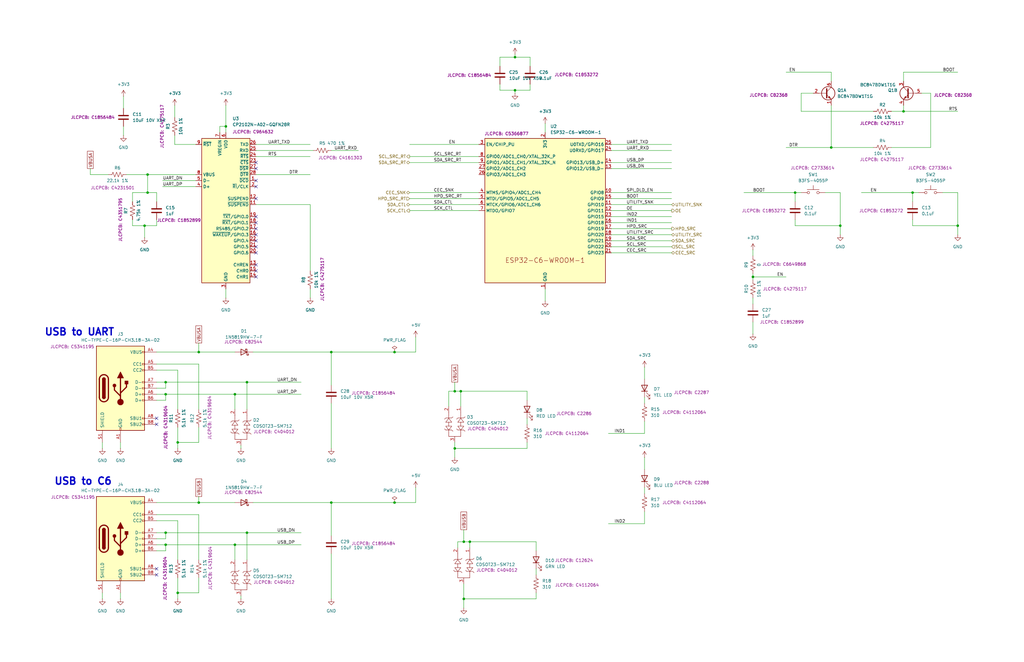
<source format=kicad_sch>
(kicad_sch (version 20231120) (generator "eeschema") (generator_version "8.0")
  (paper "B")
  (lib_symbols
    (symbol "Connector:USB_C_Receptacle_USB2.0_16P" (pin_names (offset 1.016))
      (property "Reference" "J" (at 0 22.225 0))
      (property "Value" "USB_C_Receptacle_USB2.0_16P" (at 0 19.685 0))
      (symbol "USB_C_Receptacle_USB2.0_16P_1_1"
        (pin passive line (at 0 -22.86 90) (length 5.08) (name "GND") (number "A1"))
        (pin passive line (at 0 -22.86 90) (length 5.08) hide (name "GND") (number "A12"))
        (pin passive line (at 15.24 15.24 180) (length 5.08) (name "VBUS") (number "A4"))
        (pin bidirectional line (at 15.24 10.16 180) (length 5.08) (name "CC1") (number "A5"))
        (pin bidirectional line (at 15.24 -2.54 180) (length 5.08) (name "D+") (number "A6"))
        (pin bidirectional line (at 15.24 2.54 180) (length 5.08) (name "D-") (number "A7"))
        (pin bidirectional line (at 15.24 -12.7 180) (length 5.08) (name "SBU1") (number "A8"))
        (pin passive line (at 15.24 15.24 180) (length 5.08) hide (name "VBUS") (number "A9"))
        (pin passive line (at 0 -22.86 90) (length 5.08) hide (name "GND") (number "B1"))
        (pin passive line (at 0 -22.86 90) (length 5.08) hide (name "GND") (number "B12"))
        (pin passive line (at 15.24 15.24 180) (length 5.08) hide (name "VBUS") (number "B4"))
        (pin bidirectional line (at 15.24 7.62 180) (length 5.08) (name "CC2") (number "B5"))
        (pin bidirectional line (at 15.24 -5.08 180) (length 5.08) (name "D+") (number "B6"))
        (pin bidirectional line (at 15.24 0 180) (length 5.08) (name "D-") (number "B7"))
        (pin bidirectional line (at 15.24 -15.24 180) (length 5.08) (name "SBU2") (number "B8"))
        (pin passive line (at 15.24 15.24 180) (length 5.08) hide (name "VBUS") (number "B9"))
        (pin passive line (at -7.62 -22.86 90) (length 5.08) (name "SHIELD") (number "S1"))
      )
    )
    (symbol "Device:C" (pin_numbers hide) (pin_names (offset 0.254))
      (property "Reference" "C" (at 0.635 2.54 0))
      (property "Value" "C" (at 0.635 -2.54 0))
      (symbol "C_1_1"
        (pin passive line (at 0 3.81 270) (length 2.794) (name "~") (number "1"))
        (pin passive line (at 0 -3.81 90) (length 2.794) (name "~") (number "2"))
      )
    )
    (symbol "Device:LED" (pin_numbers hide) (pin_names (offset 1.016) hide)
      (property "Reference" "D" (at 0 2.54 0))
      (property "Value" "LED" (at 0 -2.54 0))
      (symbol "LED_1_1"
        (pin passive line (at -3.81 0 0) (length 2.54) (name "K") (number "1"))
        (pin passive line (at 3.81 0 180) (length 2.54) (name "A") (number "2"))
      )
    )
    (symbol "Device:R_US" (pin_numbers hide) (pin_names (offset 0))
      (property "Reference" "R" (at 2.54 0 90))
      (property "Value" "R_US" (at -2.54 0 90))
      (symbol "R_US_1_1"
        (pin passive line (at 0 3.81 270) (length 1.27) (name "~") (number "1"))
        (pin passive line (at 0 -3.81 90) (length 1.27) (name "~") (number "2"))
      )
    )
    (symbol "Diode:1N5819" (pin_numbers hide) (pin_names (offset 1.016) hide)
      (property "Reference" "D" (at 0 2.54 0))
      (property "Value" "1N5819" (at 0 -2.54 0))
      (symbol "1N5819_1_1"
        (pin passive line (at -3.81 0 0) (length 2.54) (name "K") (number "1"))
        (pin passive line (at 3.81 0 180) (length 2.54) (name "A") (number "2"))
      )
    )
    (symbol "HDMI Breakout:CDSOT23-SM712"
      (property "Reference" "D" (at -0.762 11.938 0))
      (property "Value" "CDSOT23-SM712" (at -0.762 10.414 0))
      (symbol "CDSOT23-SM712_1_1"
        (pin passive line (at 0 0 0) (length 2.54) (name "") (number "1"))
        (pin passive line (at 0 -5.08 0) (length 2.54) (name "") (number "2"))
        (pin passive line (at 15.24 -2.54 180) (length 2.54) (name "") (number "3"))
      )
    )
    (symbol "Interface_USB:CP2102N-Axx-xQFN28"
      (property "Reference" "U" (at -8.89 31.75 0))
      (property "Value" "CP2102N-Axx-xQFN28" (at 12.7 31.75 0))
      (symbol "CP2102N-Axx-xQFN28_1_1"
        (pin input line (at 12.7 12.7 180) (length 2.54) (name "~{DCD}") (number "1"))
        (pin no_connect line (at -10.16 -27.94 0) (length 2.54) hide (name "NC") (number "10"))
        (pin output line (at 12.7 2.54 180) (length 2.54) (name "~{SUSPEND}") (number "11"))
        (pin output line (at 12.7 5.08 180) (length 2.54) (name "SUSPEND") (number "12"))
        (pin output line (at 12.7 -22.86 180) (length 2.54) (name "CHREN") (number "13"))
        (pin output line (at 12.7 -27.94 180) (length 2.54) (name "CHR1") (number "14"))
        (pin output line (at 12.7 -25.4 180) (length 2.54) (name "CHR0") (number "15"))
        (pin bidirectional line (at 12.7 -10.16 180) (length 2.54) (name "~{WAKEUP}/GPIO.3") (number "16"))
        (pin bidirectional line (at 12.7 -7.62 180) (length 2.54) (name "RS485/GPIO.2") (number "17"))
        (pin bidirectional line (at 12.7 -5.08 180) (length 2.54) (name "~{RXT}/GPIO.1") (number "18"))
        (pin bidirectional line (at 12.7 -2.54 180) (length 2.54) (name "~{TXT}/GPIO.0") (number "19"))
        (pin bidirectional line (at 12.7 10.16 180) (length 2.54) (name "~{RI}/CLK") (number "2"))
        (pin bidirectional line (at 12.7 -17.78 180) (length 2.54) (name "GPIO.6") (number "20"))
        (pin bidirectional line (at 12.7 -15.24 180) (length 2.54) (name "GPIO.5") (number "21"))
        (pin bidirectional line (at 12.7 -12.7 180) (length 2.54) (name "GPIO.4") (number "22"))
        (pin input line (at 12.7 20.32 180) (length 2.54) (name "~{CTS}") (number "23"))
        (pin output line (at 12.7 22.86 180) (length 2.54) (name "~{RTS}") (number "24"))
        (pin input line (at 12.7 25.4 180) (length 2.54) (name "RXD") (number "25"))
        (pin output line (at 12.7 27.94 180) (length 2.54) (name "TXD") (number "26"))
        (pin input line (at 12.7 17.78 180) (length 2.54) (name "~{DSR}") (number "27"))
        (pin output line (at 12.7 15.24 180) (length 2.54) (name "~{DTR}") (number "28"))
        (pin passive line (at 0 -33.02 90) (length 2.54) hide (name "GND") (number "29"))
        (pin power_in line (at 0 -33.02 90) (length 2.54) (name "GND") (number "3"))
        (pin bidirectional line (at -12.7 10.16 0) (length 2.54) (name "D+") (number "4"))
        (pin bidirectional line (at -12.7 12.7 0) (length 2.54) (name "D-") (number "5"))
        (pin power_in line (at 0 33.02 270) (length 2.54) (name "VDD") (number "6"))
        (pin power_in line (at -2.54 33.02 270) (length 2.54) (name "VREGIN") (number "7"))
        (pin input line (at -12.7 15.24 0) (length 2.54) (name "VBUS") (number "8"))
        (pin input line (at -12.7 27.94 0) (length 2.54) (name "~{RST}") (number "9"))
      )
    )
    (symbol "PCM_Espressif:ESP32-C6-WROOM-1"
      (property "Reference" "U" (at -25.4 35.56 0))
      (property "Value" "ESP32-C6-WROOM-1" (at -25.4 33.02 0))
      (symbol "ESP32-C6-WROOM-1_0_0"
        (text "ESP32-C6-WROOM-1" (at 0 -20.955 0) (effects (font (size 2 2))))
      )
      (symbol "ESP32-C6-WROOM-1_1_1"
        (pin power_in line (at 0 -33.02 90) (length 2.54) (name "GND") (number "1"))
        (pin bidirectional line (at 27.94 7.62 180) (length 2.54) (name "GPIO8") (number "10"))
        (pin bidirectional line (at 27.94 2.54 180) (length 2.54) (name "GPIO10") (number "11"))
        (pin bidirectional line (at 27.94 0 180) (length 2.54) (name "GPIO11") (number "12"))
        (pin bidirectional line (at 27.94 17.78 180) (length 2.54) (name "GPIO12/USB_D-") (number "13"))
        (pin bidirectional line (at 27.94 20.32 180) (length 2.54) (name "GPIO13/USB_D+") (number "14"))
        (pin bidirectional line (at 27.94 5.08 180) (length 2.54) (name "GPIO9") (number "15"))
        (pin bidirectional line (at 27.94 -5.08 180) (length 2.54) (name "GPIO18") (number "16"))
        (pin bidirectional line (at 27.94 -7.62 180) (length 2.54) (name "GPIO19") (number "17"))
        (pin bidirectional line (at 27.94 -10.16 180) (length 2.54) (name "GPIO20") (number "18"))
        (pin bidirectional line (at 27.94 -12.7 180) (length 2.54) (name "GPIO21") (number "19"))
        (pin power_in line (at 0 33.02 270) (length 2.54) (name "3V3") (number "2"))
        (pin bidirectional line (at 27.94 -15.24 180) (length 2.54) (name "GPIO22") (number "20"))
        (pin bidirectional line (at 27.94 -17.78 180) (length 2.54) (name "GPIO23") (number "21"))
        (pin no_connect line (at -25.4 -12.7 0) (length 2.54) hide (name "NC") (number "22"))
        (pin bidirectional line (at 27.94 -2.54 180) (length 2.54) (name "GPIO15") (number "23"))
        (pin bidirectional line (at 27.94 25.4 180) (length 2.54) (name "U0RXD/GPIO17") (number "24"))
        (pin bidirectional line (at 27.94 27.94 180) (length 2.54) (name "U0TXD/GPIO16") (number "25"))
        (pin bidirectional line (at -27.94 15.24 0) (length 2.54) (name "GPIO3/ADC1_CH3") (number "26"))
        (pin bidirectional line (at -27.94 17.78 0) (length 2.54) (name "GPIO2/ADC1_CH2") (number "27"))
        (pin passive line (at 0 -33.02 90) (length 2.54) hide (name "GND") (number "28"))
        (pin passive line (at 0 -33.02 90) (length 2.54) hide (name "GND") (number "29"))
        (pin input line (at -27.94 27.94 0) (length 2.54) (name "EN/CHIP_PU") (number "3"))
        (pin bidirectional line (at -27.94 7.62 0) (length 2.54) (name "MTMS/GPIO4/ADC1_CH4") (number "4"))
        (pin bidirectional line (at -27.94 5.08 0) (length 2.54) (name "MTDI/GPIO5/ADC1_CH5") (number "5"))
        (pin bidirectional line (at -27.94 2.54 0) (length 2.54) (name "MTCK/GPIO6/ADC1_CH6") (number "6"))
        (pin bidirectional line (at -27.94 0 0) (length 2.54) (name "MTDO/GPIO7") (number "7"))
        (pin bidirectional line (at -27.94 22.86 0) (length 2.54) (name "GPIO0/ADC1_CH0/XTAL_32K_P") (number "8"))
        (pin bidirectional line (at -27.94 20.32 0) (length 2.54) (name "GPIO1/ADC1_CH1/XTAL_32K_N") (number "9"))
      )
    )
    (symbol "Switch:SW_Omron_B3FS" (pin_numbers hide) (pin_names (offset 1.016) hide)
      (property "Reference" "SW" (at 1.27 2.54 0))
      (property "Value" "SW_Omron_B3FS" (at 0 -1.524 0))
      (symbol "SW_Omron_B3FS_0_1"
        (pin passive line (at -5.08 0 0) (length 2.54) (name "1") (number "1"))
        (pin passive line (at 5.08 0 180) (length 2.54) (name "2") (number "2"))
      )
    )
    (symbol "Transistor_BJT:BC847BDW1" (pin_names (offset 0) hide)
      (property "Reference" "Q" (at 5.08 1.27 0))
      (property "Value" "BC847BDW1" (at 5.08 -1.27 0))
      (symbol "BC847BDW1_1_1"
        (pin passive line (at 2.54 -5.08 90) (length 2.54) (name "E1") (number "1"))
        (pin input line (at -5.08 0 0) (length 2.54) (name "B1") (number "2"))
        (pin passive line (at 2.54 5.08 270) (length 2.54) (name "C1") (number "6"))
      )
      (symbol "BC847BDW1_2_1"
        (pin passive line (at 2.54 5.08 270) (length 2.54) (name "C2") (number "3"))
        (pin passive line (at 2.54 -5.08 90) (length 2.54) (name "E2") (number "4"))
        (pin input line (at -5.08 0 0) (length 2.54) (name "B2") (number "5"))
      )
    )
    (symbol "power:+3.3V" (power) (pin_numbers hide) (pin_names (offset 0) hide)
      (property "Value" "+3.3V" (at 0 3.556 0))
      (symbol "+3.3V_1_1"
        (pin power_in line (at 0 0 90) (length 0) (name "~") (number "1"))
      )
    )
    (symbol "power:+3V3" (power) (pin_numbers hide) (pin_names (offset 0) hide)
      (property "Value" "+3V3" (at 0 3.556 0))
      (symbol "+3V3_1_1"
        (pin power_in line (at 0 0 90) (length 0) (name "~") (number "1"))
      )
    )
    (symbol "power:+5V" (power) (pin_numbers hide) (pin_names (offset 0) hide)
      (property "Value" "+5V" (at 0 3.556 0))
      (symbol "+5V_1_1"
        (pin power_in line (at 0 0 90) (length 0) (name "~") (number "1"))
      )
    )
    (symbol "power:GND" (power) (pin_numbers hide) (pin_names (offset 0) hide)
      (property "Value" "GND" (at 0 -3.81 0))
      (symbol "GND_1_1"
        (pin power_in line (at 0 0 270) (length 0) (name "~") (number "1"))
      )
    )
    (symbol "power:PWR_FLAG" (power) (pin_numbers hide) (pin_names (offset 0) hide)
      (property "Value" "PWR_FLAG" (at 0 3.81 0))
      (symbol "PWR_FLAG_0_0"
        (pin power_out line (at 0 0 90) (length 0) (name "~") (number "1"))
      )
    )
  )
  (junction (at 354.33 95.25))
  (junction (at 60.96 95.25))
  (junction (at 139.7 212.09))
  (junction (at 217.17 38.1))
  (junction (at 62.23 81.28))
  (junction (at 99.06 166.37))
  (junction (at 403.86 95.25))
  (junction (at 198.12 228.6))
  (junction (at 381 46.99))
  (junction (at 104.14 224.79))
  (junction (at 74.93 186.69))
  (junction (at 74.93 250.19))
  (junction (at 62.23 73.66))
  (junction (at 384.81 81.28))
  (junction (at 195.58 252.73))
  (junction (at 95.25 53.34))
  (junction (at 104.14 161.29))
  (junction (at 317.5 116.84))
  (junction (at 166.37 148.59))
  (junction (at 83.82 212.09))
  (junction (at 191.77 189.23))
  (junction (at 83.82 148.59))
  (junction (at 195.58 228.6))
  (junction (at 99.06 229.87))
  (junction (at 69.85 224.79))
  (junction (at 335.28 81.28))
  (junction (at 139.7 148.59))
  (junction (at 69.85 161.29))
  (junction (at 69.85 229.87))
  (junction (at 166.37 212.09))
  (junction (at 194.31 165.1))
  (junction (at 217.17 24.13))
  (junction (at 191.77 165.1))
  (junction (at 350.52 62.23))
  (junction (at 69.85 166.37))
  (no_connect (at 107.95 106.68))
  (no_connect (at 107.95 71.12))
  (no_connect (at 107.95 83.82))
  (no_connect (at 66.04 179.07))
  (no_connect (at 107.95 78.74))
  (no_connect (at 107.95 96.52))
  (no_connect (at 66.04 242.57))
  (no_connect (at 107.95 68.58))
  (no_connect (at 107.95 99.06))
  (no_connect (at 107.95 91.44))
  (no_connect (at 107.95 101.6))
  (no_connect (at 107.95 114.3))
  (no_connect (at 107.95 93.98))
  (no_connect (at 107.95 111.76))
  (no_connect (at 66.04 240.03))
  (no_connect (at 107.95 104.14))
  (no_connect (at 107.95 76.2))
  (no_connect (at 66.04 176.53))
  (no_connect (at 107.95 116.84))
  (wire (pts (xy 107.95 66.04) (xy 130.81 66.04)))
  (wire (pts (xy 83.82 212.09) (xy 99.06 212.09)))
  (wire (pts (xy 257.81 71.12) (xy 283.21 71.12)))
  (wire (pts (xy 92.71 55.88) (xy 92.71 53.34)))
  (wire (pts (xy 172.72 66.04) (xy 201.93 66.04)))
  (wire (pts (xy 256.54 182.88) (xy 271.78 182.88)))
  (wire (pts (xy 73.66 60.96) (xy 73.66 57.15)))
  (wire (pts (xy 403.86 81.28) (xy 397.51 81.28)))
  (wire (pts (xy 68.58 76.2) (xy 82.55 76.2)))
  (wire (pts (xy 107.95 73.66) (xy 130.81 73.66)))
  (wire (pts (xy 317.5 116.84) (xy 331.47 116.84)))
  (wire (pts (xy 104.14 161.29) (xy 127 161.29)))
  (wire (pts (xy 53.34 73.66) (xy 62.23 73.66)))
  (wire (pts (xy 195.58 246.38) (xy 195.58 252.73)))
  (wire (pts (xy 83.82 153.67) (xy 83.82 172.72)))
  (wire (pts (xy 172.72 88.9) (xy 201.93 88.9)))
  (wire (pts (xy 73.66 44.45) (xy 73.66 49.53)))
  (wire (pts (xy 257.81 88.9) (xy 283.21 88.9)))
  (wire (pts (xy 166.37 148.59) (xy 175.26 148.59)))
  (wire (pts (xy 172.72 68.58) (xy 201.93 68.58)))
  (wire (pts (xy 222.25 176.53) (xy 222.25 179.07)))
  (wire (pts (xy 191.77 189.23) (xy 222.25 189.23)))
  (wire (pts (xy 222.25 168.91) (xy 222.25 165.1)))
  (wire (pts (xy 195.58 223.52) (xy 195.58 228.6)))
  (wire (pts (xy 74.93 186.69) (xy 74.93 189.23)))
  (wire (pts (xy 99.06 229.87) (xy 127 229.87)))
  (wire (pts (xy 66.04 92.71) (xy 66.04 95.25)))
  (wire (pts (xy 107.95 86.36) (xy 130.81 86.36)))
  (wire (pts (xy 375.92 46.99) (xy 381 46.99)))
  (wire (pts (xy 226.06 250.19) (xy 226.06 252.73)))
  (wire (pts (xy 194.31 165.1) (xy 222.25 165.1)))
  (wire (pts (xy 257.81 99.06) (xy 283.21 99.06)))
  (wire (pts (xy 189.23 165.1) (xy 191.77 165.1)))
  (wire (pts (xy 83.82 243.84) (xy 83.82 250.19)))
  (wire (pts (xy 198.12 228.6) (xy 198.12 231.14)))
  (wire (pts (xy 92.71 53.34) (xy 95.25 53.34)))
  (wire (pts (xy 350.52 62.23) (xy 331.47 62.23)))
  (wire (pts (xy 55.88 95.25) (xy 60.96 95.25)))
  (wire (pts (xy 74.93 219.71) (xy 74.93 236.22)))
  (wire (pts (xy 172.72 60.96) (xy 201.93 60.96)))
  (wire (pts (xy 193.04 231.14) (xy 193.04 228.6)))
  (wire (pts (xy 317.5 116.84) (xy 317.5 118.11)))
  (wire (pts (xy 257.81 101.6) (xy 283.21 101.6)))
  (wire (pts (xy 50.8 186.69) (xy 50.8 189.23)))
  (wire (pts (xy 104.14 224.79) (xy 104.14 236.22)))
  (wire (pts (xy 335.28 81.28) (xy 337.82 81.28)))
  (wire (pts (xy 68.58 78.74) (xy 82.55 78.74)))
  (wire (pts (xy 43.18 250.19) (xy 43.18 252.73)))
  (wire (pts (xy 66.04 212.09) (xy 83.82 212.09)))
  (wire (pts (xy 69.85 161.29) (xy 104.14 161.29)))
  (wire (pts (xy 384.81 92.71) (xy 384.81 95.25)))
  (wire (pts (xy 95.25 121.92) (xy 95.25 125.73)))
  (wire (pts (xy 271.78 154.94) (xy 271.78 160.02)))
  (wire (pts (xy 101.6 251.46) (xy 101.6 252.73)))
  (wire (pts (xy 74.93 243.84) (xy 74.93 250.19)))
  (wire (pts (xy 194.31 165.1) (xy 194.31 171.45)))
  (wire (pts (xy 66.04 217.17) (xy 83.82 217.17)))
  (wire (pts (xy 335.28 95.25) (xy 354.33 95.25)))
  (wire (pts (xy 74.93 156.21) (xy 74.93 172.72)))
  (wire (pts (xy 257.81 104.14) (xy 283.21 104.14)))
  (wire (pts (xy 66.04 163.83) (xy 69.85 163.83)))
  (wire (pts (xy 257.81 83.82) (xy 283.21 83.82)))
  (wire (pts (xy 83.82 250.19) (xy 74.93 250.19)))
  (wire (pts (xy 375.92 62.23) (xy 392.43 62.23)))
  (wire (pts (xy 139.7 170.18) (xy 139.7 189.23)))
  (wire (pts (xy 166.37 212.09) (xy 139.7 212.09)))
  (wire (pts (xy 317.5 125.73) (xy 317.5 128.27)))
  (wire (pts (xy 223.52 24.13) (xy 217.17 24.13)))
  (wire (pts (xy 38.1 73.66) (xy 45.72 73.66)))
  (wire (pts (xy 257.81 106.68) (xy 283.21 106.68)))
  (wire (pts (xy 74.93 180.34) (xy 74.93 186.69)))
  (wire (pts (xy 229.87 121.92) (xy 229.87 127)))
  (wire (pts (xy 172.72 86.36) (xy 201.93 86.36)))
  (wire (pts (xy 62.23 81.28) (xy 55.88 81.28)))
  (wire (pts (xy 69.85 232.41) (xy 69.85 229.87)))
  (wire (pts (xy 99.06 166.37) (xy 127 166.37)))
  (wire (pts (xy 66.04 219.71) (xy 74.93 219.71)))
  (wire (pts (xy 83.82 217.17) (xy 83.82 236.22)))
  (wire (pts (xy 257.81 81.28) (xy 283.21 81.28)))
  (wire (pts (xy 226.06 232.41) (xy 226.06 228.6)))
  (wire (pts (xy 107.95 63.5) (xy 132.08 63.5)))
  (wire (pts (xy 317.5 135.89) (xy 317.5 140.97)))
  (wire (pts (xy 354.33 99.06) (xy 354.33 95.25)))
  (wire (pts (xy 172.72 83.82) (xy 201.93 83.82)))
  (wire (pts (xy 66.04 156.21) (xy 74.93 156.21)))
  (wire (pts (xy 191.77 161.29) (xy 191.77 165.1)))
  (wire (pts (xy 106.68 212.09) (xy 139.7 212.09)))
  (wire (pts (xy 130.81 121.92) (xy 130.81 125.73)))
  (wire (pts (xy 257.81 68.58) (xy 283.21 68.58)))
  (wire (pts (xy 191.77 165.1) (xy 194.31 165.1)))
  (wire (pts (xy 62.23 73.66) (xy 82.55 73.66)))
  (wire (pts (xy 55.88 92.71) (xy 55.88 95.25)))
  (wire (pts (xy 210.82 24.13) (xy 210.82 27.94)))
  (wire (pts (xy 271.78 215.9) (xy 271.78 220.98)))
  (wire (pts (xy 337.82 39.37) (xy 342.9 39.37)))
  (wire (pts (xy 55.88 81.28) (xy 55.88 85.09)))
  (wire (pts (xy 139.7 212.09) (xy 139.7 226.06)))
  (wire (pts (xy 83.82 148.59) (xy 99.06 148.59)))
  (wire (pts (xy 198.12 228.6) (xy 226.06 228.6)))
  (wire (pts (xy 66.04 232.41) (xy 69.85 232.41)))
  (wire (pts (xy 271.78 205.74) (xy 271.78 208.28)))
  (wire (pts (xy 66.04 168.91) (xy 69.85 168.91)))
  (wire (pts (xy 50.8 250.19) (xy 50.8 252.73)))
  (wire (pts (xy 368.3 46.99) (xy 337.82 46.99)))
  (wire (pts (xy 52.07 53.34) (xy 52.07 57.15)))
  (wire (pts (xy 66.04 81.28) (xy 62.23 81.28)))
  (wire (pts (xy 69.85 166.37) (xy 99.06 166.37)))
  (wire (pts (xy 101.6 187.96) (xy 101.6 189.23)))
  (wire (pts (xy 66.04 85.09) (xy 66.04 81.28)))
  (wire (pts (xy 331.47 30.48) (xy 350.52 30.48)))
  (wire (pts (xy 69.85 163.83) (xy 69.85 161.29)))
  (wire (pts (xy 172.72 81.28) (xy 201.93 81.28)))
  (wire (pts (xy 257.81 96.52) (xy 283.21 96.52)))
  (wire (pts (xy 381 34.29) (xy 381 30.48)))
  (wire (pts (xy 317.5 115.57) (xy 317.5 116.84)))
  (wire (pts (xy 69.85 168.91) (xy 69.85 166.37)))
  (wire (pts (xy 95.25 44.45) (xy 95.25 53.34)))
  (wire (pts (xy 69.85 229.87) (xy 99.06 229.87)))
  (wire (pts (xy 384.81 81.28) (xy 384.81 85.09)))
  (wire (pts (xy 384.81 95.25) (xy 403.86 95.25)))
  (wire (pts (xy 66.04 148.59) (xy 83.82 148.59)))
  (wire (pts (xy 229.87 52.07) (xy 229.87 55.88)))
  (wire (pts (xy 82.55 60.96) (xy 73.66 60.96)))
  (wire (pts (xy 66.04 224.79) (xy 69.85 224.79)))
  (wire (pts (xy 60.96 95.25) (xy 60.96 100.33)))
  (wire (pts (xy 217.17 24.13) (xy 210.82 24.13)))
  (wire (pts (xy 139.7 148.59) (xy 139.7 162.56)))
  (wire (pts (xy 69.85 227.33) (xy 69.85 224.79)))
  (wire (pts (xy 350.52 44.45) (xy 350.52 62.23)))
  (wire (pts (xy 66.04 95.25) (xy 60.96 95.25)))
  (wire (pts (xy 106.68 148.59) (xy 139.7 148.59)))
  (wire (pts (xy 107.95 60.96) (xy 130.81 60.96)))
  (wire (pts (xy 83.82 180.34) (xy 83.82 186.69)))
  (wire (pts (xy 175.26 205.74) (xy 175.26 212.09)))
  (wire (pts (xy 66.04 227.33) (xy 69.85 227.33)))
  (wire (pts (xy 223.52 38.1) (xy 217.17 38.1)))
  (wire (pts (xy 350.52 62.23) (xy 368.3 62.23)))
  (wire (pts (xy 223.52 35.56) (xy 223.52 38.1)))
  (wire (pts (xy 381 30.48) (xy 403.86 30.48)))
  (wire (pts (xy 271.78 193.04) (xy 271.78 198.12)))
  (wire (pts (xy 335.28 92.71) (xy 335.28 95.25)))
  (wire (pts (xy 335.28 81.28) (xy 335.28 85.09)))
  (wire (pts (xy 191.77 186.69) (xy 191.77 189.23)))
  (wire (pts (xy 189.23 171.45) (xy 189.23 165.1)))
  (wire (pts (xy 381 46.99) (xy 403.86 46.99)))
  (wire (pts (xy 257.81 60.96) (xy 283.21 60.96)))
  (wire (pts (xy 74.93 250.19) (xy 74.93 252.73)))
  (wire (pts (xy 271.78 177.8) (xy 271.78 182.88)))
  (wire (pts (xy 217.17 22.86) (xy 217.17 24.13)))
  (wire (pts (xy 271.78 167.64) (xy 271.78 170.18)))
  (wire (pts (xy 354.33 95.25) (xy 354.33 81.28)))
  (wire (pts (xy 257.81 93.98) (xy 283.21 93.98)))
  (wire (pts (xy 210.82 38.1) (xy 210.82 35.56)))
  (wire (pts (xy 99.06 166.37) (xy 99.06 172.72)))
  (wire (pts (xy 217.17 38.1) (xy 217.17 39.37)))
  (wire (pts (xy 257.81 63.5) (xy 283.21 63.5)))
  (wire (pts (xy 52.07 40.64) (xy 52.07 45.72)))
  (wire (pts (xy 317.5 105.41) (xy 317.5 107.95)))
  (wire (pts (xy 83.82 209.55) (xy 83.82 212.09)))
  (wire (pts (xy 38.1 71.12) (xy 38.1 73.66)))
  (wire (pts (xy 403.86 99.06) (xy 403.86 95.25)))
  (wire (pts (xy 175.26 142.24) (xy 175.26 148.59)))
  (wire (pts (xy 313.69 81.28) (xy 335.28 81.28)))
  (wire (pts (xy 195.58 252.73) (xy 226.06 252.73)))
  (wire (pts (xy 139.7 233.68) (xy 139.7 252.73)))
  (wire (pts (xy 193.04 228.6) (xy 195.58 228.6)))
  (wire (pts (xy 139.7 63.5) (xy 151.13 63.5)))
  (wire (pts (xy 83.82 186.69) (xy 74.93 186.69)))
  (wire (pts (xy 104.14 161.29) (xy 104.14 172.72)))
  (wire (pts (xy 354.33 81.28) (xy 347.98 81.28)))
  (wire (pts (xy 166.37 212.09) (xy 175.26 212.09)))
  (wire (pts (xy 337.82 46.99) (xy 337.82 39.37)))
  (wire (pts (xy 381 44.45) (xy 381 46.99)))
  (wire (pts (xy 403.86 95.25) (xy 403.86 81.28)))
  (wire (pts (xy 191.77 189.23) (xy 191.77 193.04)))
  (wire (pts (xy 95.25 53.34) (xy 95.25 55.88)))
  (wire (pts (xy 350.52 34.29) (xy 350.52 30.48)))
  (wire (pts (xy 99.06 229.87) (xy 99.06 236.22)))
  (wire (pts (xy 217.17 38.1) (xy 210.82 38.1)))
  (wire (pts (xy 195.58 252.73) (xy 195.58 256.54)))
  (wire (pts (xy 66.04 153.67) (xy 83.82 153.67)))
  (wire (pts (xy 104.14 224.79) (xy 127 224.79)))
  (wire (pts (xy 130.81 86.36) (xy 130.81 114.3)))
  (wire (pts (xy 83.82 144.78) (xy 83.82 148.59)))
  (wire (pts (xy 195.58 228.6) (xy 198.12 228.6)))
  (wire (pts (xy 363.22 81.28) (xy 384.81 81.28)))
  (wire (pts (xy 66.04 161.29) (xy 69.85 161.29)))
  (wire (pts (xy 257.81 86.36) (xy 283.21 86.36)))
  (wire (pts (xy 166.37 148.59) (xy 139.7 148.59)))
  (wire (pts (xy 223.52 27.94) (xy 223.52 24.13)))
  (wire (pts (xy 66.04 229.87) (xy 69.85 229.87)))
  (wire (pts (xy 62.23 73.66) (xy 62.23 81.28)))
  (wire (pts (xy 256.54 220.98) (xy 271.78 220.98)))
  (wire (pts (xy 392.43 39.37) (xy 388.62 39.37)))
  (wire (pts (xy 384.81 81.28) (xy 387.35 81.28)))
  (wire (pts (xy 392.43 39.37) (xy 392.43 62.23)))
  (wire (pts (xy 226.06 240.03) (xy 226.06 242.57)))
  (wire (pts (xy 69.85 224.79) (xy 104.14 224.79)))
  (wire (pts (xy 257.81 91.44) (xy 283.21 91.44)))
  (wire (pts (xy 66.04 166.37) (xy 69.85 166.37)))
  (wire (pts (xy 222.25 186.69) (xy 222.25 189.23)))
  (wire (pts (xy 43.18 186.69) (xy 43.18 189.23)))
  (text "USB to C6" (at 35.052 203.2 0) (effects (font (size 3 3) (thickness 0.6) (bold yes))))
  (text "USB to UART" (at 33.528 140.208 0) (effects (font (size 3 3) (thickness 0.6) (bold yes))))
  (label "SDA_CTL" (at 182.88 86.36 0))
  (label "BOOT" (at 317.5 81.28 0))
  (label "SDA_SRC_RT" (at 182.88 68.58 0))
  (label "CEC_SNK" (at 182.88 81.28 0))
  (label "HPD_SRC_RT" (at 182.88 83.82 0))
  (label "UTILITY_SRC" (at 264.16 99.06 0))
  (label "SCL_SRC_RT" (at 182.88 66.04 0))
  (label "USB_DN" (at 116.84 224.79 0))
  (label "DTR" (at 121.92 73.66 0))
  (label "RTS" (at 400.05 46.99 0))
  (label "BOOT" (at 397.51 30.48 0))
  (label "UART_DN" (at 68.58 76.2 0))
  (label "USB_DP" (at 264.16 68.58 0))
  (label "CEC_SRC" (at 264.16 106.68 0))
  (label "IND2" (at 259.08 220.98 0))
  (label "UART_TXD" (at 113.03 60.96 0))
  (label "UART_RXD" (at 140.97 63.5 0))
  (label "IND1" (at 259.08 182.88 0))
  (label "DTR" (at 332.74 62.23 0))
  (label "OE" (at 264.16 88.9 0))
  (label "USB_DP" (at 116.84 229.87 0))
  (label "IND2" (at 264.16 91.44 0))
  (label "UART_TXD" (at 264.16 60.96 0))
  (label "EN" (at 327.66 116.84 0))
  (label "UTILITY_SNK" (at 264.16 86.36 0))
  (label "UART_RXD" (at 264.16 63.5 0))
  (label "UART_DN" (at 116.84 161.29 0))
  (label "EN" (at 189.23 60.96 0))
  (label "SDA_SRC" (at 264.16 101.6 0))
  (label "HPD_SRC" (at 264.16 96.52 0))
  (label "EN" (at 367.03 81.28 0))
  (label "EN" (at 332.74 30.48 0))
  (label "BOOT" (at 264.16 83.82 0))
  (label "USB_DN" (at 264.16 71.12 0))
  (label "UART_DP" (at 68.58 78.74 0))
  (label "IND1" (at 264.16 93.98 0))
  (label "SPI_DLD_EN" (at 264.16 81.28 0))
  (label "SCK_CTL" (at 182.88 88.9 0))
  (label "SCL_SRC" (at 264.16 104.14 0))
  (label "RTS" (at 113.03 66.04 0))
  (label "UART_DP" (at 116.84 166.37 0))
  (global_label "VBUSB" (shape passive) (at 83.82 209.55 90) (property "Intersheetrefs" "${INTERSHEET_REFS}" (effects (hide yes))))
  (global_label "VBUSA" (shape passive) (at 38.1 71.12 90) (property "Intersheetrefs" "${INTERSHEET_REFS}" (effects (hide yes))))
  (global_label "VBUSB" (shape passive) (at 195.58 223.52 90) (property "Intersheetrefs" "${INTERSHEET_REFS}" (effects (hide yes))))
  (global_label "VBUSA" (shape passive) (at 83.82 144.78 90) (property "Intersheetrefs" "${INTERSHEET_REFS}" (effects (hide yes))))
  (global_label "VBUSA" (shape passive) (at 191.77 161.29 90) (property "Intersheetrefs" "${INTERSHEET_REFS}" (effects (hide yes))))
  (hierarchical_label "SCL_SRC_RT" (shape output) (at 172.72 66.04 180))
  (hierarchical_label "UTILITY_SRC" (shape bidirectional) (at 283.21 99.06 0))
  (hierarchical_label "UTILITY_SNK" (shape bidirectional) (at 283.21 86.36 0))
  (hierarchical_label "SDA_CTL" (shape bidirectional) (at 172.72 86.36 180))
  (hierarchical_label "CEC_SNK" (shape bidirectional) (at 172.72 81.28 180))
  (hierarchical_label "HPD_SRC_RT" (shape input) (at 172.72 83.82 180))
  (hierarchical_label "OE" (shape output) (at 283.21 88.9 0))
  (hierarchical_label "SDA_SRC" (shape bidirectional) (at 283.21 101.6 0))
  (hierarchical_label "SCL_SRC" (shape input) (at 283.21 104.14 0))
  (hierarchical_label "SCK_CTL" (shape output) (at 172.72 88.9 180))
  (hierarchical_label "HPD_SRC" (shape output) (at 283.21 96.52 0))
  (hierarchical_label "SDA_SRC_RT" (shape bidirectional) (at 172.72 68.58 180))
  (hierarchical_label "CEC_SRC" (shape bidirectional) (at 283.21 106.68 0))
  (symbol (lib_id "power:GND") (at 52.07 57.15 0) (unit 1)
    (property "Reference" "#PWR036" (effects (hide yes)))
    (property "Value" "GND" (at 52.07 62.23 0))
    (property "Description" "Power symbol creates a global label with name \"GND\" , ground" (effects (hide yes)))
  )
  (symbol (lib_id "Switch:SW_Omron_B3FS") (at 392.43 81.28 0) (unit 1)
    (property "Reference" "SW2" (at 392.43 73.66 0))
    (property "Value" "B3FS-4055P" (at 392.43 76.2 0))
    (property "Footprint" "HDMI Breakout:SW_SPST_Omron_B3FS-4000" (effects (hide yes)))
    (property "Datasheet" "https://omronfs.omron.com/en_US/ecb/products/pdf/en-b3fs.pdf" (effects (hide yes)))
    (property "Description" "Omron B3FS 6x6mm single pole normally-open tactile switch" (effects (hide yes)))
    (property "JLCPCB" "C2733614" (at 392.176 70.866 0) (show_name yes))
  )
  (symbol (lib_id "HDMI Breakout:CDSOT23-SM712") (at 104.14 172.72 270) (unit 1)
    (property "Reference" "D2" (at 106.68 177.292 90) (effects (justify left)))
    (property "Value" "CDSOT23-SM712" (at 106.68 179.832 90) (effects (justify left)))
    (property "Footprint" "Package_TO_SOT_SMD:SOT-23" (effects (hide yes)))
    (property "Datasheet" "https://www.bourns.com/pdfs/CDSOT23-SM712.pdf" (effects (hide yes)))
    (property "Description" "Surface Mount TVS Diode" (effects (hide yes)))
    (property "JLCPCB" "C404012" (at 115.57 182.1816 90) (show_name yes))
  )
  (symbol (lib_id "Device:R_US") (at 49.53 73.66 90) (unit 1)
    (property "Reference" "R6" (at 49.53 70.866 90))
    (property "Value" "22.1k 1%" (at 49.53 76.2 90))
    (property "Footprint" "Resistor_SMD:R_0402_1005Metric" (effects (hide yes)))
    (property "Description" "Resistor, US symbol" (effects (hide yes)))
    (property "JLCPCB" "C4231501" (at 47.498 79.248 90) (show_name yes))
  )
  (symbol (lib_id "Device:R_US") (at 130.81 118.11 180) (unit 1)
    (property "Reference" "R8" (at 128.016 118.11 90))
    (property "Value" "10k 1%" (at 133.35 118.11 90))
    (property "Footprint" "Resistor_SMD:R_0402_1005Metric" (effects (hide yes)))
    (property "Description" "Resistor, US symbol" (effects (hide yes)))
    (property "JLCPCB" "C4275117" (at 135.89 117.856 90) (show_name yes))
  )
  (symbol (lib_id "Device:C") (at 66.04 88.9 0) (unit 1)
    (property "Reference" "C15" (at 69.85 87.6299 0) (effects (justify left)))
    (property "Value" "1uF" (at 69.85 90.1699 0) (effects (justify left)))
    (property "Footprint" "Capacitor_SMD:C_0402_1005Metric" (effects (hide yes)))
    (property "Description" "Unpolarized capacitor" (effects (hide yes)))
    (property "JLCPCB" "C1852899" (at 75.438 92.964 0) (show_name yes))
  )
  (symbol (lib_id "Transistor_BJT:BC847BDW1") (at 383.54 39.37 0) (mirror y) (unit 2)
    (property "Reference" "Q1" (at 378.46 38.0999 0) (effects (justify left)))
    (property "Value" "BC847BDW1T1G" (at 377.698 35.814 0) (effects (justify left)))
    (property "Footprint" "Package_TO_SOT_SMD:SOT-363_SC-70-6" (effects (hide yes)))
    (property "Datasheet" "http://www.onsemi.com/pub_link/Collateral/BC846BDW1T1-D.PDF" (effects (hide yes)))
    (property "Description" "100mA IC, 45V Vce, Dual NPN/NPN Transistors, SOT-363" (effects (hide yes)))
    (property "JLCPCB" "C82368" (at 401.828 40.132 0) (show_name yes))
  )
  (symbol (lib_id "Device:R_US") (at 55.88 88.9 180) (unit 1)
    (property "Reference" "R7" (at 53.086 88.9 90))
    (property "Value" "4.75k 1%" (at 58.42 88.9 90))
    (property "Footprint" "Resistor_SMD:R_0402_1005Metric" (effects (hide yes)))
    (property "Description" "Resistor, US symbol" (effects (hide yes)))
    (property "JLCPCB" "C4351795" (at 50.8 92.71 90) (show_name yes))
  )
  (symbol (lib_id "Transistor_BJT:BC847BDW1") (at 347.98 39.37 0) (unit 1)
    (property "Reference" "Q1" (at 353.06 38.0999 0) (effects (justify left)))
    (property "Value" "BC847BDW1T1G" (at 353.06 40.6399 0) (effects (justify left)))
    (property "Footprint" "Package_TO_SOT_SMD:SOT-363_SC-70-6" (effects (hide yes)))
    (property "Datasheet" "http://www.onsemi.com/pub_link/Collateral/BC846BDW1T1-D.PDF" (effects (hide yes)))
    (property "Description" "100mA IC, 45V Vce, Dual NPN/NPN Transistors, SOT-363" (effects (hide yes)))
    (property "JLCPCB" "C82368" (at 324.104 40.132 0) (show_name yes))
  )
  (symbol (lib_id "power:+3.3V") (at 52.07 40.64 0) (unit 1)
    (property "Reference" "#PWR03" (effects (hide yes)))
    (property "Value" "+3V3" (at 52.07 35.56 0))
    (property "Description" "Power symbol creates a global label with name \"+3.3V\"" (effects (hide yes)))
  )
  (symbol (lib_id "Connector:USB_C_Receptacle_USB2.0_16P") (at 50.8 163.83 0) (unit 1)
    (property "Reference" "J3" (at 50.8 140.97 0))
    (property "Value" "HC-TYPE-C-16P-CH3.18-3A-02" (at 50.8 143.51 0))
    (property "Footprint" "Connector_USB:USB_C_Receptacle_HCTL_HC-TYPE-C-16P-01A" (effects (hide yes)))
    (property "Datasheet" "https://www.usb.org/sites/default/files/documents/usb_type-c.zip" (effects (hide yes)))
    (property "Description" "USB 2.0-only 16P Type-C Receptacle connector" (effects (hide yes)))
    (property "JLCPCB" "C5341195" (at 30.48 146.304 0) (show_name yes))
  )
  (symbol (lib_id "Device:LED") (at 222.25 172.72 90) (unit 1)
    (property "Reference" "D8" (at 226.06 173.0374 90) (effects (justify right)))
    (property "Value" "RED LED" (at 226.06 175.5774 90) (effects (justify right)))
    (property "Footprint" "LED_SMD:LED_0603_1608Metric" (effects (hide yes)))
    (property "Description" "Light emitting diode" (effects (hide yes)))
    (property "JLCPCB" "C2286" (at 242.062 174.498 90) (show_name yes))
  )
  (symbol (lib_id "power:GND") (at 74.93 189.23 0) (unit 1)
    (property "Reference" "#PWR045" (effects (hide yes)))
    (property "Value" "GND" (at 74.93 194.31 0))
    (property "Description" "Power symbol creates a global label with name \"GND\" , ground" (effects (hide yes)))
  )
  (symbol (lib_id "PCM_Espressif:ESP32-C6-WROOM-1") (at 229.87 88.9 0) (unit 1)
    (property "Reference" "U2" (at 232.0641 53.34 0) (effects (justify left)))
    (property "Value" "ESP32-C6-WROOM-1" (at 232.0641 55.88 0) (effects (justify left)))
    (property "Footprint" "PCM_Espressif:ESP32-C6-WROOM-1" (effects (hide yes)))
    (property "Datasheet" "https://www.espressif.com/sites/default/files/documentation/esp32-c6-wroom-1_wroom-1u_datasheet_en.pdf" (effects (hide yes)))
    (property "Description" "ESP32-C6-WROOM-1/U is a module that supports 2.4 GHz Wi-Fi 6 (802.11 ax), Bluetooth® 5 (LE), Zigbee and Thread (802.15.4)" (effects (hide yes)))
    (property "JLCPCB" "C5366877" (at 213.614 56.388 0) (show_name yes))
  )
  (symbol (lib_id "power:GND") (at 354.33 99.06 0) (unit 1)
    (property "Reference" "#PWR010" (effects (hide yes)))
    (property "Value" "GND" (at 354.33 104.14 0))
    (property "Description" "Power symbol creates a global label with name \"GND\" , ground" (effects (hide yes)))
  )
  (symbol (lib_id "power:GND") (at 95.25 125.73 0) (unit 1)
    (property "Reference" "#PWR037" (effects (hide yes)))
    (property "Value" "GND" (at 95.25 130.81 0))
    (property "Description" "Power symbol creates a global label with name \"GND\" , ground" (effects (hide yes)))
  )
  (symbol (lib_id "power:+5V") (at 175.26 205.74 0) (unit 1)
    (property "Reference" "#PWR048" (effects (hide yes)))
    (property "Value" "+5V" (at 175.26 200.66 0))
    (property "Description" "Power symbol creates a global label with name \"+5V\"" (effects (hide yes)))
  )
  (symbol (lib_id "power:GND") (at 403.86 99.06 0) (unit 1)
    (property "Reference" "#PWR014" (effects (hide yes)))
    (property "Value" "GND" (at 403.86 104.14 0))
    (property "Description" "Power symbol creates a global label with name \"GND\" , ground" (effects (hide yes)))
  )
  (symbol (lib_id "power:GND") (at 317.5 140.97 0) (unit 1)
    (property "Reference" "#PWR056" (effects (hide yes)))
    (property "Value" "GND" (at 317.5 146.05 0))
    (property "Description" "Power symbol creates a global label with name \"GND\" , ground" (effects (hide yes)))
  )
  (symbol (lib_id "power:PWR_FLAG") (at 166.37 148.59 0) (unit 1)
    (property "Reference" "#FLG03" (effects (hide yes)))
    (property "Value" "PWR_FLAG" (at 166.37 143.51 0))
    (property "Description" "Special symbol for telling ERC where power comes from" (effects (hide yes)))
  )
  (symbol (lib_id "power:GND") (at 43.18 252.73 0) (unit 1)
    (property "Reference" "#PWR049" (effects (hide yes)))
    (property "Value" "GND" (at 43.18 257.81 0))
    (property "Description" "Power symbol creates a global label with name \"GND\" , ground" (effects (hide yes)))
  )
  (symbol (lib_id "Device:R_US") (at 83.82 240.03 180) (unit 1)
    (property "Reference" "R14" (at 81.026 240.03 90))
    (property "Value" "5.1k 1%" (at 86.36 240.03 90))
    (property "Footprint" "Resistor_SMD:R_0402_1005Metric" (effects (hide yes)))
    (property "Description" "Resistor, US symbol" (effects (hide yes)))
    (property "JLCPCB" "C4319604" (at 88.646 239.776 90) (show_name yes))
  )
  (symbol (lib_id "HDMI Breakout:CDSOT23-SM712") (at 198.12 231.14 270) (unit 1)
    (property "Reference" "D6" (at 200.66 235.712 90) (effects (justify left)))
    (property "Value" "CDSOT23-SM712" (at 200.66 238.252 90) (effects (justify left)))
    (property "Footprint" "Package_TO_SOT_SMD:SOT-23" (effects (hide yes)))
    (property "Datasheet" "https://www.bourns.com/pdfs/CDSOT23-SM712.pdf" (effects (hide yes)))
    (property "Description" "Surface Mount TVS Diode" (effects (hide yes)))
    (property "JLCPCB" "C404012" (at 209.55 240.6016 90) (show_name yes))
  )
  (symbol (lib_id "power:GND") (at 191.77 193.04 0) (unit 1)
    (property "Reference" "#PWR046" (effects (hide yes)))
    (property "Value" "GND" (at 191.77 198.12 0))
    (property "Description" "Power symbol creates a global label with name \"GND\" , ground" (effects (hide yes)))
  )
  (symbol (lib_id "Device:R_US") (at 74.93 176.53 180) (unit 1)
    (property "Reference" "R11" (at 72.136 176.53 90))
    (property "Value" "5.1k 1%" (at 77.47 176.53 90))
    (property "Footprint" "Resistor_SMD:R_0402_1005Metric" (effects (hide yes)))
    (property "Description" "Resistor, US symbol" (effects (hide yes)))
    (property "JLCPCB" "C4319604" (at 69.85 180.34 90) (show_name yes))
  )
  (symbol (lib_id "power:+3V3") (at 317.5 105.41 0) (unit 1)
    (property "Reference" "#PWR055" (effects (hide yes)))
    (property "Value" "+3V3" (at 317.5 100.33 0))
    (property "Description" "Power symbol creates a global label with name \"+3V3\"" (effects (hide yes)))
  )
  (symbol (lib_id "Device:R_US") (at 73.66 53.34 180) (unit 1)
    (property "Reference" "R3" (at 70.866 53.34 90))
    (property "Value" "10k 1%" (at 76.2 53.34 90))
    (property "Footprint" "Resistor_SMD:R_0402_1005Metric" (effects (hide yes)))
    (property "Description" "Resistor, US symbol" (effects (hide yes)))
    (property "JLCPCB" "C4275117" (at 68.326 53.34 90) (show_name yes))
  )
  (symbol (lib_id "power:GND") (at 101.6 252.73 0) (unit 1)
    (property "Reference" "#PWR052" (effects (hide yes)))
    (property "Value" "GND" (at 101.6 257.81 0))
    (property "Description" "Power symbol creates a global label with name \"GND\" , ground" (effects (hide yes)))
  )
  (symbol (lib_id "power:GND") (at 195.58 256.54 0) (unit 1)
    (property "Reference" "#PWR054" (effects (hide yes)))
    (property "Value" "GND" (at 195.58 261.62 0))
    (property "Description" "Power symbol creates a global label with name \"GND\" , ground" (effects (hide yes)))
  )
  (symbol (lib_id "Device:R_US") (at 317.5 121.92 180) (unit 1)
    (property "Reference" "R10" (at 314.706 121.92 90))
    (property "Value" "10k 1%" (at 320.04 121.92 90))
    (property "Footprint" "Resistor_SMD:R_0402_1005Metric" (effects (hide yes)))
    (property "Description" "Resistor, US symbol" (effects (hide yes)))
    (property "JLCPCB" "C4275117" (at 330.962 121.92 0) (show_name yes))
  )
  (symbol (lib_id "power:GND") (at 50.8 252.73 0) (unit 1)
    (property "Reference" "#PWR050" (effects (hide yes)))
    (property "Value" "GND" (at 50.8 257.81 0))
    (property "Description" "Power symbol creates a global label with name \"GND\" , ground" (effects (hide yes)))
  )
  (symbol (lib_id "Device:LED") (at 226.06 236.22 90) (unit 1)
    (property "Reference" "D10" (at 229.87 236.5374 90) (effects (justify right)))
    (property "Value" "GRN LED" (at 229.87 239.0774 90) (effects (justify right)))
    (property "Footprint" "LED_SMD:LED_0603_1608Metric" (effects (hide yes)))
    (property "Description" "Light emitting diode" (effects (hide yes)))
    (property "JLCPCB" "C12624" (at 242.062 236.474 90) (show_name yes))
  )
  (symbol (lib_id "Device:LED") (at 271.78 163.83 90) (unit 1)
    (property "Reference" "D7" (at 275.59 164.1474 90) (effects (justify right)))
    (property "Value" "YEL LED" (at 275.59 166.6874 90) (effects (justify right)))
    (property "Footprint" "LED_SMD:LED_0603_1608Metric" (effects (hide yes)))
    (property "Description" "Light emitting diode" (effects (hide yes)))
    (property "JLCPCB" "C2287" (at 291.592 165.608 90) (show_name yes))
  )
  (symbol (lib_id "Diode:1N5819") (at 102.87 212.09 180) (unit 1)
    (property "Reference" "D4" (at 102.87 203.2 0))
    (property "Value" "1N5819HW-7-F" (at 102.87 205.74 0))
    (property "Footprint" "Diode_SMD:D_SOD-123" (effects (hide yes)))
    (property "Description" "40V 1A Schottky Barrier Rectifier Diode, DO-41" (effects (hide yes)))
    (property "JLCPCB" "C82544" (at 102.616 207.772 0) (show_name yes))
  )
  (symbol (lib_id "power:+5V") (at 175.26 142.24 0) (unit 1)
    (property "Reference" "#PWR047" (effects (hide yes)))
    (property "Value" "+5V" (at 175.26 137.16 0))
    (property "Description" "Power symbol creates a global label with name \"+5V\"" (effects (hide yes)))
  )
  (symbol (lib_id "power:GND") (at 101.6 189.23 0) (unit 1)
    (property "Reference" "#PWR041" (effects (hide yes)))
    (property "Value" "GND" (at 101.6 194.31 0))
    (property "Description" "Power symbol creates a global label with name \"GND\" , ground" (effects (hide yes)))
  )
  (symbol (lib_id "Device:R_US") (at 83.82 176.53 180) (unit 1)
    (property "Reference" "R12" (at 81.026 176.53 90))
    (property "Value" "5.1k 1%" (at 86.36 176.53 90))
    (property "Footprint" "Resistor_SMD:R_0402_1005Metric" (effects (hide yes)))
    (property "Description" "Resistor, US symbol" (effects (hide yes)))
    (property "JLCPCB" "C4319604" (at 88.392 176.276 90) (show_name yes))
  )
  (symbol (lib_id "power:GND") (at 130.81 125.73 0) (unit 1)
    (property "Reference" "#PWR038" (effects (hide yes)))
    (property "Value" "GND" (at 130.81 130.81 0))
    (property "Description" "Power symbol creates a global label with name \"GND\" , ground" (effects (hide yes)))
  )
  (symbol (lib_id "power:GND") (at 74.93 252.73 0) (unit 1)
    (property "Reference" "#PWR051" (effects (hide yes)))
    (property "Value" "GND" (at 74.93 257.81 0))
    (property "Description" "Power symbol creates a global label with name \"GND\" , ground" (effects (hide yes)))
  )
  (symbol (lib_id "power:+3.3V") (at 217.17 22.86 0) (unit 1)
    (property "Reference" "#PWR057" (effects (hide yes)))
    (property "Value" "+3V3" (at 217.17 17.78 0))
    (property "Description" "Power symbol creates a global label with name \"+3.3V\"" (effects (hide yes)))
  )
  (symbol (lib_id "Device:C") (at 52.07 49.53 0) (unit 1)
    (property "Reference" "C11" (at 55.88 48.2599 0) (effects (justify left)))
    (property "Value" "10uF 10V X5R" (at 55.88 50.7999 0) (effects (justify left)))
    (property "Footprint" "Capacitor_SMD:C_0805_2012Metric" (effects (hide yes)))
    (property "Description" "Unpolarized capacitor" (effects (hide yes)))
    (property "JLCPCB" "C1856484" (at 39.116 49.53 0) (show_name yes))
  )
  (symbol (lib_id "power:GND") (at 139.7 252.73 0) (unit 1)
    (property "Reference" "#PWR053" (effects (hide yes)))
    (property "Value" "GND" (at 139.7 257.81 0))
    (property "Description" "Power symbol creates a global label with name \"GND\" , ground" (effects (hide yes)))
  )
  (symbol (lib_id "Device:C") (at 139.7 166.37 0) (unit 1)
    (property "Reference" "C28" (at 143.51 165.0999 0) (effects (justify left)))
    (property "Value" "10uF 10V X5R" (at 143.51 167.6399 0) (effects (justify left)))
    (property "Footprint" "Capacitor_SMD:C_0805_2012Metric" (effects (hide yes)))
    (property "Description" "Unpolarized capacitor" (effects (hide yes)))
    (property "JLCPCB" "C1856484" (at 157.48 165.862 0) (show_name yes))
  )
  (symbol (lib_id "Device:C") (at 335.28 88.9 0) (unit 1)
    (property "Reference" "C12" (at 339.09 87.6299 0) (effects (justify left)))
    (property "Value" "0.1uF" (at 339.09 90.1699 0) (effects (justify left)))
    (property "Footprint" "Capacitor_SMD:C_0402_1005Metric" (effects (hide yes)))
    (property "Description" "Unpolarized capacitor" (effects (hide yes)))
    (property "JLCPCB" "C1853272" (at 322.072 88.9 0) (show_name yes))
  )
  (symbol (lib_id "Device:R_US") (at 317.5 111.76 180) (unit 1)
    (property "Reference" "R9" (at 314.706 111.76 90))
    (property "Value" "0" (at 320.04 111.76 90))
    (property "Footprint" "Resistor_SMD:R_0402_1005Metric" (effects (hide yes)))
    (property "Description" "Resistor, US symbol" (effects (hide yes)))
    (property "JLCPCB" "C6649868" (at 330.708 111.506 0) (show_name yes))
  )
  (symbol (lib_id "power:+3.3V") (at 73.66 44.45 0) (unit 1)
    (property "Reference" "#PWR013" (effects (hide yes)))
    (property "Value" "+3V3" (at 73.66 39.37 0))
    (property "Description" "Power symbol creates a global label with name \"+3.3V\"" (effects (hide yes)))
  )
  (symbol (lib_id "power:GND") (at 50.8 189.23 0) (unit 1)
    (property "Reference" "#PWR044" (effects (hide yes)))
    (property "Value" "GND" (at 50.8 194.31 0))
    (property "Description" "Power symbol creates a global label with name \"GND\" , ground" (effects (hide yes)))
  )
  (symbol (lib_id "Device:R_US") (at 271.78 173.99 0) (unit 1)
    (property "Reference" "R15" (at 274.32 172.7199 0) (effects (justify left)))
    (property "Value" "310" (at 274.32 175.2599 0) (effects (justify left)))
    (property "Footprint" "Resistor_SMD:R_0402_1005Metric" (effects (hide yes)))
    (property "Description" "Resistor, US symbol" (effects (hide yes)))
    (property "JLCPCB" "C4112064" (at 288.544 173.99 0) (show_name yes))
  )
  (symbol (lib_id "Device:R_US") (at 226.06 246.38 0) (unit 1)
    (property "Reference" "R18" (at 228.6 245.1099 0) (effects (justify left)))
    (property "Value" "310" (at 228.6 247.6499 0) (effects (justify left)))
    (property "Footprint" "Resistor_SMD:R_0402_1005Metric" (effects (hide yes)))
    (property "Description" "Resistor, US symbol" (effects (hide yes)))
    (property "JLCPCB" "C4112064" (at 243.332 246.888 0) (show_name yes))
  )
  (symbol (lib_id "Device:R_US") (at 372.11 46.99 90) (unit 1)
    (property "Reference" "R2" (at 372.11 44.196 90))
    (property "Value" "10k 1%" (at 372.11 49.53 90))
    (property "Footprint" "Resistor_SMD:R_0402_1005Metric" (effects (hide yes)))
    (property "Description" "Resistor, US symbol" (effects (hide yes)))
    (property "JLCPCB" "C4275117" (at 371.856 52.07 90) (show_name yes))
  )
  (symbol (lib_id "HDMI Breakout:CDSOT23-SM712") (at 104.14 236.22 270) (unit 1)
    (property "Reference" "D5" (at 106.68 240.792 90) (effects (justify left)))
    (property "Value" "CDSOT23-SM712" (at 106.68 243.332 90) (effects (justify left)))
    (property "Footprint" "Package_TO_SOT_SMD:SOT-23" (effects (hide yes)))
    (property "Datasheet" "https://www.bourns.com/pdfs/CDSOT23-SM712.pdf" (effects (hide yes)))
    (property "Description" "Surface Mount TVS Diode" (effects (hide yes)))
    (property "JLCPCB" "C404012" (at 115.57 245.6816 90) (show_name yes))
  )
  (symbol (lib_id "power:GND") (at 60.96 100.33 0) (unit 1)
    (property "Reference" "#PWR040" (effects (hide yes)))
    (property "Value" "GND" (at 60.96 105.41 0))
    (property "Description" "Power symbol creates a global label with name \"GND\" , ground" (effects (hide yes)))
  )
  (symbol (lib_id "Device:C") (at 223.52 31.75 0) (unit 1)
    (property "Reference" "C26" (at 227.33 30.4799 0) (effects (justify left)))
    (property "Value" "0.1uF" (at 227.33 33.0199 0) (effects (justify left)))
    (property "Footprint" "Capacitor_SMD:C_0402_1005Metric" (effects (hide yes)))
    (property "Description" "Unpolarized capacitor" (effects (hide yes)))
    (property "JLCPCB" "C1853272" (at 243.078 31.496 0) (show_name yes))
  )
  (symbol (lib_id "power:GND") (at 229.87 127 0) (unit 1)
    (property "Reference" "#PWR039" (effects (hide yes)))
    (property "Value" "GND" (at 229.87 132.08 0))
    (property "Description" "Power symbol creates a global label with name \"GND\" , ground" (effects (hide yes)))
  )
  (symbol (lib_id "Device:R_US") (at 74.93 240.03 180) (unit 1)
    (property "Reference" "R13" (at 72.136 240.03 90))
    (property "Value" "5.1k 1%" (at 77.47 240.03 90))
    (property "Footprint" "Resistor_SMD:R_0402_1005Metric" (effects (hide yes)))
    (property "Description" "Resistor, US symbol" (effects (hide yes)))
    (property "JLCPCB" "C4319604" (at 69.596 244.094 90) (show_name yes))
  )
  (symbol (lib_id "power:GND") (at 43.18 189.23 0) (unit 1)
    (property "Reference" "#PWR043" (effects (hide yes)))
    (property "Value" "GND" (at 43.18 194.31 0))
    (property "Description" "Power symbol creates a global label with name \"GND\" , ground" (effects (hide yes)))
  )
  (symbol (lib_id "Device:R_US") (at 135.89 63.5 90) (unit 1)
    (property "Reference" "R5" (at 135.89 60.452 90))
    (property "Value" "470 1%" (at 141.732 60.452 90))
    (property "Footprint" "Resistor_SMD:R_0402_1005Metric" (effects (hide yes)))
    (property "Description" "Resistor, US symbol" (effects (hide yes)))
    (property "JLCPCB" "C4161303" (at 143.51 66.548 90) (show_name yes))
  )
  (symbol (lib_id "HDMI Breakout:CDSOT23-SM712") (at 194.31 171.45 270) (unit 1)
    (property "Reference" "D3" (at 196.85 176.022 90) (effects (justify left)))
    (property "Value" "CDSOT23-SM712" (at 196.85 178.562 90) (effects (justify left)))
    (property "Footprint" "Package_TO_SOT_SMD:SOT-23" (effects (hide yes)))
    (property "Datasheet" "https://www.bourns.com/pdfs/CDSOT23-SM712.pdf" (effects (hide yes)))
    (property "Description" "Surface Mount TVS Diode" (effects (hide yes)))
    (property "JLCPCB" "C404012" (at 205.74 180.9116 90) (show_name yes))
  )
  (symbol (lib_id "power:PWR_FLAG") (at 166.37 212.09 0) (unit 1)
    (property "Reference" "#FLG04" (effects (hide yes)))
    (property "Value" "PWR_FLAG" (at 166.37 207.01 0))
    (property "Description" "Special symbol for telling ERC where power comes from" (effects (hide yes)))
  )
  (symbol (lib_id "power:+3.3V") (at 95.25 44.45 0) (unit 1)
    (property "Reference" "#PWR034" (effects (hide yes)))
    (property "Value" "+3V3" (at 95.25 39.37 0))
    (property "Description" "Power symbol creates a global label with name \"+3.3V\"" (effects (hide yes)))
  )
  (symbol (lib_id "Device:C") (at 210.82 31.75 0) (unit 1)
    (property "Reference" "C25" (at 214.63 30.4799 0) (effects (justify left)))
    (property "Value" "10uF 10V X5R" (at 214.63 33.0199 0) (effects (justify left)))
    (property "Footprint" "Capacitor_SMD:C_0805_2012Metric" (effects (hide yes)))
    (property "Description" "Unpolarized capacitor" (effects (hide yes)))
    (property "JLCPCB" "C1856484" (at 197.866 31.75 0) (show_name yes))
  )
  (symbol (lib_id "Device:R_US") (at 222.25 182.88 0) (unit 1)
    (property "Reference" "R16" (at 224.79 181.6099 0) (effects (justify left)))
    (property "Value" "310" (at 224.79 184.1499 0) (effects (justify left)))
    (property "Footprint" "Resistor_SMD:R_0402_1005Metric" (effects (hide yes)))
    (property "Description" "Resistor, US symbol" (effects (hide yes)))
    (property "JLCPCB" "C4112064" (at 239.014 182.88 0) (show_name yes))
  )
  (symbol (lib_id "Device:R_US") (at 271.78 212.09 0) (unit 1)
    (property "Reference" "R17" (at 274.32 210.8199 0) (effects (justify left)))
    (property "Value" "310" (at 274.32 213.3599 0) (effects (justify left)))
    (property "Footprint" "Resistor_SMD:R_0402_1005Metric" (effects (hide yes)))
    (property "Description" "Resistor, US symbol" (effects (hide yes)))
    (property "JLCPCB" "C4112064" (at 288.544 212.09 0) (show_name yes))
  )
  (symbol (lib_id "power:+3V3") (at 229.87 52.07 0) (unit 1)
    (property "Reference" "#PWR035" (effects (hide yes)))
    (property "Value" "+3V3" (at 229.87 46.99 0))
    (property "Description" "Power symbol creates a global label with name \"+3V3\"" (effects (hide yes)))
  )
  (symbol (lib_id "power:+3V3") (at 271.78 154.94 0) (unit 1)
    (property "Reference" "#PWR063" (effects (hide yes)))
    (property "Value" "+3V3" (at 271.78 149.86 0))
    (property "Description" "Power symbol creates a global label with name \"+3V3\"" (effects (hide yes)))
  )
  (symbol (lib_id "Connector:USB_C_Receptacle_USB2.0_16P") (at 50.8 227.33 0) (unit 1)
    (property "Reference" "J4" (at 50.8 204.47 0))
    (property "Value" "HC-TYPE-C-16P-CH3.18-3A-02" (at 50.8 207.01 0))
    (property "Footprint" "Connector_USB:USB_C_Receptacle_HCTL_HC-TYPE-C-16P-01A" (effects (hide yes)))
    (property "Datasheet" "https://www.usb.org/sites/default/files/documents/usb_type-c.zip" (effects (hide yes)))
    (property "Description" "USB 2.0-only 16P Type-C Receptacle connector" (effects (hide yes)))
    (property "JLCPCB" "C5341195" (at 30.734 209.804 0) (show_name yes))
  )
  (symbol (lib_id "power:GND") (at 139.7 189.23 0) (unit 1)
    (property "Reference" "#PWR042" (effects (hide yes)))
    (property "Value" "GND" (at 139.7 194.31 0))
    (property "Description" "Power symbol creates a global label with name \"GND\" , ground" (effects (hide yes)))
  )
  (symbol (lib_id "Device:C") (at 317.5 132.08 0) (unit 1)
    (property "Reference" "C27" (at 321.31 130.8099 0) (effects (justify left)))
    (property "Value" "1uF" (at 321.31 133.3499 0) (effects (justify left)))
    (property "Footprint" "Capacitor_SMD:C_0402_1005Metric" (effects (hide yes)))
    (property "Description" "Unpolarized capacitor" (effects (hide yes)))
    (property "JLCPCB" "C1852899" (at 329.692 135.89 0) (show_name yes))
  )
  (symbol (lib_id "Device:LED") (at 271.78 201.93 90) (unit 1)
    (property "Reference" "D9" (at 275.59 202.2474 90) (effects (justify right)))
    (property "Value" "BLU LED" (at 275.59 204.7874 90) (effects (justify right)))
    (property "Footprint" "LED_SMD:LED_0603_1608Metric" (effects (hide yes)))
    (property "Description" "Light emitting diode" (effects (hide yes)))
    (property "JLCPCB" "C2288" (at 291.592 203.708 90) (show_name yes))
  )
  (symbol (lib_id "power:+3V3") (at 271.78 193.04 0) (unit 1)
    (property "Reference" "#PWR064" (effects (hide yes)))
    (property "Value" "+3V3" (at 271.78 187.96 0))
    (property "Description" "Power symbol creates a global label with name \"+3V3\"" (effects (hide yes)))
  )
  (symbol (lib_id "Switch:SW_Omron_B3FS") (at 342.9 81.28 0) (unit 1)
    (property "Reference" "SW1" (at 342.9 73.66 0))
    (property "Value" "B3FS-4055P" (at 342.9 76.2 0))
    (property "Footprint" "HDMI Breakout:SW_SPST_Omron_B3FS-4000" (effects (hide yes)))
    (property "Datasheet" "https://omronfs.omron.com/en_US/ecb/products/pdf/en-b3fs.pdf" (effects (hide yes)))
    (property "Description" "Omron B3FS 6x6mm single pole normally-open tactile switch" (effects (hide yes)))
    (property "JLCPCB" "C2733614" (at 342.646 70.866 0) (show_name yes))
  )
  (symbol (lib_id "power:GND") (at 217.17 39.37 0) (unit 1)
    (property "Reference" "#PWR058" (effects (hide yes)))
    (property "Value" "GND" (at 217.17 44.45 0))
    (property "Description" "Power symbol creates a global label with name \"GND\" , ground" (effects (hide yes)))
  )
  (symbol (lib_id "Diode:1N5819") (at 102.87 148.59 180) (unit 1)
    (property "Reference" "D1" (at 102.87 139.7 0))
    (property "Value" "1N5819HW-7-F" (at 102.87 142.24 0))
    (property "Footprint" "Diode_SMD:D_SOD-123" (effects (hide yes)))
    (property "Description" "40V 1A Schottky Barrier Rectifier Diode, DO-41" (effects (hide yes)))
    (property "JLCPCB" "C82544" (at 102.616 144.272 0) (show_name yes))
  )
  (symbol (lib_id "Device:C") (at 139.7 229.87 0) (unit 1)
    (property "Reference" "C29" (at 143.51 228.5999 0) (effects (justify left)))
    (property "Value" "10uF 10V X5R" (at 143.51 231.1399 0) (effects (justify left)))
    (property "Footprint" "Capacitor_SMD:C_0805_2012Metric" (effects (hide yes)))
    (property "Description" "Unpolarized capacitor" (effects (hide yes)))
    (property "JLCPCB" "C1856484" (at 157.48 229.362 0) (show_name yes))
  )
  (symbol (lib_id "Device:R_US") (at 372.11 62.23 90) (unit 1)
    (property "Reference" "R4" (at 372.11 59.436 90))
    (property "Value" "10k 1%" (at 372.11 64.77 90))
    (property "Footprint" "Resistor_SMD:R_0402_1005Metric" (effects (hide yes)))
    (property "Description" "Resistor, US symbol" (effects (hide yes)))
    (property "JLCPCB" "C4275117" (at 371.856 67.31 90) (show_name yes))
  )
  (symbol (lib_id "Device:C") (at 384.81 88.9 0) (unit 1)
    (property "Reference" "C13" (at 388.62 87.6299 0) (effects (justify left)))
    (property "Value" "0.1uF" (at 388.62 90.1699 0) (effects (justify left)))
    (property "Footprint" "Capacitor_SMD:C_0402_1005Metric" (effects (hide yes)))
    (property "Description" "Unpolarized capacitor" (effects (hide yes)))
    (property "JLCPCB" "C1853272" (at 371.602 88.9 0) (show_name yes))
  )
  (symbol (lib_id "Interface_USB:CP2102N-Axx-xQFN28") (at 95.25 88.9 0) (unit 1)
    (property "Reference" "U3" (at 98.044 50.038 0) (effects (justify left)))
    (property "Value" "CP2102N-A02-GQFN28R" (at 98.044 52.578 0) (effects (justify left)))
    (property "Footprint" "Package_DFN_QFN:QFN-28-1EP_5x5mm_P0.5mm_EP3.35x3.35mm" (effects (hide yes)))
    (property "Datasheet" "https://www.silabs.com/documents/public/data-sheets/cp2102n-datasheet.pdf" (effects (hide yes)))
    (property "Description" "USB to UART master bridge, QFN-28" (effects (hide yes)))
    (property "JLCPCB" "C964632" (at 106.68 55.626 0) (show_name yes))
  )
)
</source>
